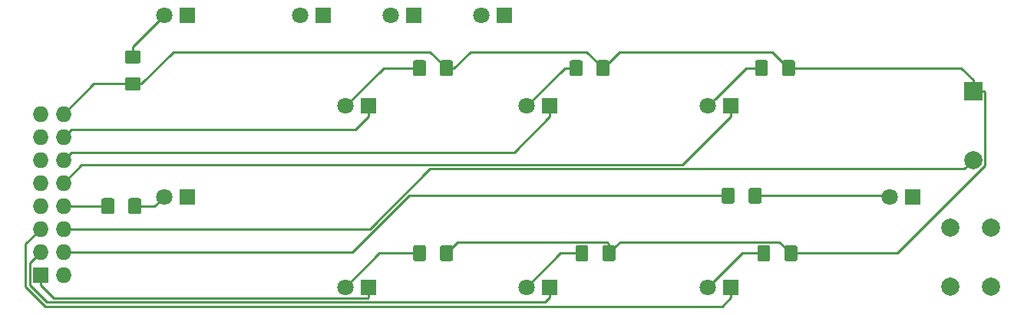
<source format=gbr>
G04 #@! TF.GenerationSoftware,KiCad,Pcbnew,(5.1.2-1)-1*
G04 #@! TF.CreationDate,2019-06-13T22:38:42+01:00*
G04 #@! TF.ProjectId,K3S_Seq_IF_Front_Panel,4b33535f-5365-4715-9f49-465f46726f6e,rev?*
G04 #@! TF.SameCoordinates,Original*
G04 #@! TF.FileFunction,Copper,L1,Top*
G04 #@! TF.FilePolarity,Positive*
%FSLAX46Y46*%
G04 Gerber Fmt 4.6, Leading zero omitted, Abs format (unit mm)*
G04 Created by KiCad (PCBNEW (5.1.2-1)-1) date 2019-06-13 22:38:42*
%MOMM*%
%LPD*%
G04 APERTURE LIST*
%ADD10R,2.000000X2.000000*%
%ADD11C,2.000000*%
%ADD12R,1.800000X1.800000*%
%ADD13C,1.800000*%
%ADD14R,1.727200X1.727200*%
%ADD15O,1.727200X1.727200*%
%ADD16C,0.100000*%
%ADD17C,1.425000*%
%ADD18C,0.800000*%
%ADD19C,0.250000*%
G04 APERTURE END LIST*
D10*
X186690000Y-53340000D03*
D11*
X186690000Y-60940000D03*
D12*
X100000000Y-45000000D03*
D13*
X97460000Y-45000000D03*
X112460000Y-45000000D03*
D12*
X115000000Y-45000000D03*
X125000000Y-45000000D03*
D13*
X122460000Y-45000000D03*
X132460000Y-45000000D03*
D12*
X135000000Y-45000000D03*
X120000000Y-55000000D03*
D13*
X117460000Y-55000000D03*
X137460000Y-55000000D03*
D12*
X140000000Y-55000000D03*
X160000000Y-55000000D03*
D13*
X157460000Y-55000000D03*
X97460000Y-65000000D03*
D12*
X100000000Y-65000000D03*
X120000000Y-75000000D03*
D13*
X117460000Y-75000000D03*
X137460000Y-75000000D03*
D12*
X140000000Y-75000000D03*
X160000000Y-75000000D03*
D13*
X157460000Y-75000000D03*
X177460000Y-65000000D03*
D12*
X180000000Y-65000000D03*
D14*
X83820000Y-73660000D03*
D15*
X86360000Y-73660000D03*
X83820000Y-71120000D03*
X86360000Y-71120000D03*
X83820000Y-68580000D03*
X86360000Y-68580000D03*
X83820000Y-66040000D03*
X86360000Y-66040000D03*
X83820000Y-63500000D03*
X86360000Y-63500000D03*
X83820000Y-60960000D03*
X86360000Y-60960000D03*
X83820000Y-58420000D03*
X86360000Y-58420000D03*
X83820000Y-55880000D03*
X86360000Y-55880000D03*
D16*
G36*
X94649504Y-48855204D02*
G01*
X94673773Y-48858804D01*
X94697571Y-48864765D01*
X94720671Y-48873030D01*
X94742849Y-48883520D01*
X94763893Y-48896133D01*
X94783598Y-48910747D01*
X94801777Y-48927223D01*
X94818253Y-48945402D01*
X94832867Y-48965107D01*
X94845480Y-48986151D01*
X94855970Y-49008329D01*
X94864235Y-49031429D01*
X94870196Y-49055227D01*
X94873796Y-49079496D01*
X94875000Y-49104000D01*
X94875000Y-50029000D01*
X94873796Y-50053504D01*
X94870196Y-50077773D01*
X94864235Y-50101571D01*
X94855970Y-50124671D01*
X94845480Y-50146849D01*
X94832867Y-50167893D01*
X94818253Y-50187598D01*
X94801777Y-50205777D01*
X94783598Y-50222253D01*
X94763893Y-50236867D01*
X94742849Y-50249480D01*
X94720671Y-50259970D01*
X94697571Y-50268235D01*
X94673773Y-50274196D01*
X94649504Y-50277796D01*
X94625000Y-50279000D01*
X93375000Y-50279000D01*
X93350496Y-50277796D01*
X93326227Y-50274196D01*
X93302429Y-50268235D01*
X93279329Y-50259970D01*
X93257151Y-50249480D01*
X93236107Y-50236867D01*
X93216402Y-50222253D01*
X93198223Y-50205777D01*
X93181747Y-50187598D01*
X93167133Y-50167893D01*
X93154520Y-50146849D01*
X93144030Y-50124671D01*
X93135765Y-50101571D01*
X93129804Y-50077773D01*
X93126204Y-50053504D01*
X93125000Y-50029000D01*
X93125000Y-49104000D01*
X93126204Y-49079496D01*
X93129804Y-49055227D01*
X93135765Y-49031429D01*
X93144030Y-49008329D01*
X93154520Y-48986151D01*
X93167133Y-48965107D01*
X93181747Y-48945402D01*
X93198223Y-48927223D01*
X93216402Y-48910747D01*
X93236107Y-48896133D01*
X93257151Y-48883520D01*
X93279329Y-48873030D01*
X93302429Y-48864765D01*
X93326227Y-48858804D01*
X93350496Y-48855204D01*
X93375000Y-48854000D01*
X94625000Y-48854000D01*
X94649504Y-48855204D01*
X94649504Y-48855204D01*
G37*
D17*
X94000000Y-49566500D03*
D16*
G36*
X94649504Y-51830204D02*
G01*
X94673773Y-51833804D01*
X94697571Y-51839765D01*
X94720671Y-51848030D01*
X94742849Y-51858520D01*
X94763893Y-51871133D01*
X94783598Y-51885747D01*
X94801777Y-51902223D01*
X94818253Y-51920402D01*
X94832867Y-51940107D01*
X94845480Y-51961151D01*
X94855970Y-51983329D01*
X94864235Y-52006429D01*
X94870196Y-52030227D01*
X94873796Y-52054496D01*
X94875000Y-52079000D01*
X94875000Y-53004000D01*
X94873796Y-53028504D01*
X94870196Y-53052773D01*
X94864235Y-53076571D01*
X94855970Y-53099671D01*
X94845480Y-53121849D01*
X94832867Y-53142893D01*
X94818253Y-53162598D01*
X94801777Y-53180777D01*
X94783598Y-53197253D01*
X94763893Y-53211867D01*
X94742849Y-53224480D01*
X94720671Y-53234970D01*
X94697571Y-53243235D01*
X94673773Y-53249196D01*
X94649504Y-53252796D01*
X94625000Y-53254000D01*
X93375000Y-53254000D01*
X93350496Y-53252796D01*
X93326227Y-53249196D01*
X93302429Y-53243235D01*
X93279329Y-53234970D01*
X93257151Y-53224480D01*
X93236107Y-53211867D01*
X93216402Y-53197253D01*
X93198223Y-53180777D01*
X93181747Y-53162598D01*
X93167133Y-53142893D01*
X93154520Y-53121849D01*
X93144030Y-53099671D01*
X93135765Y-53076571D01*
X93129804Y-53052773D01*
X93126204Y-53028504D01*
X93125000Y-53004000D01*
X93125000Y-52079000D01*
X93126204Y-52054496D01*
X93129804Y-52030227D01*
X93135765Y-52006429D01*
X93144030Y-51983329D01*
X93154520Y-51961151D01*
X93167133Y-51940107D01*
X93181747Y-51920402D01*
X93198223Y-51902223D01*
X93216402Y-51885747D01*
X93236107Y-51871133D01*
X93257151Y-51858520D01*
X93279329Y-51848030D01*
X93302429Y-51839765D01*
X93326227Y-51833804D01*
X93350496Y-51830204D01*
X93375000Y-51829000D01*
X94625000Y-51829000D01*
X94649504Y-51830204D01*
X94649504Y-51830204D01*
G37*
D17*
X94000000Y-52541500D03*
D16*
G36*
X126126504Y-49926204D02*
G01*
X126150773Y-49929804D01*
X126174571Y-49935765D01*
X126197671Y-49944030D01*
X126219849Y-49954520D01*
X126240893Y-49967133D01*
X126260598Y-49981747D01*
X126278777Y-49998223D01*
X126295253Y-50016402D01*
X126309867Y-50036107D01*
X126322480Y-50057151D01*
X126332970Y-50079329D01*
X126341235Y-50102429D01*
X126347196Y-50126227D01*
X126350796Y-50150496D01*
X126352000Y-50175000D01*
X126352000Y-51425000D01*
X126350796Y-51449504D01*
X126347196Y-51473773D01*
X126341235Y-51497571D01*
X126332970Y-51520671D01*
X126322480Y-51542849D01*
X126309867Y-51563893D01*
X126295253Y-51583598D01*
X126278777Y-51601777D01*
X126260598Y-51618253D01*
X126240893Y-51632867D01*
X126219849Y-51645480D01*
X126197671Y-51655970D01*
X126174571Y-51664235D01*
X126150773Y-51670196D01*
X126126504Y-51673796D01*
X126102000Y-51675000D01*
X125177000Y-51675000D01*
X125152496Y-51673796D01*
X125128227Y-51670196D01*
X125104429Y-51664235D01*
X125081329Y-51655970D01*
X125059151Y-51645480D01*
X125038107Y-51632867D01*
X125018402Y-51618253D01*
X125000223Y-51601777D01*
X124983747Y-51583598D01*
X124969133Y-51563893D01*
X124956520Y-51542849D01*
X124946030Y-51520671D01*
X124937765Y-51497571D01*
X124931804Y-51473773D01*
X124928204Y-51449504D01*
X124927000Y-51425000D01*
X124927000Y-50175000D01*
X124928204Y-50150496D01*
X124931804Y-50126227D01*
X124937765Y-50102429D01*
X124946030Y-50079329D01*
X124956520Y-50057151D01*
X124969133Y-50036107D01*
X124983747Y-50016402D01*
X125000223Y-49998223D01*
X125018402Y-49981747D01*
X125038107Y-49967133D01*
X125059151Y-49954520D01*
X125081329Y-49944030D01*
X125104429Y-49935765D01*
X125128227Y-49929804D01*
X125152496Y-49926204D01*
X125177000Y-49925000D01*
X126102000Y-49925000D01*
X126126504Y-49926204D01*
X126126504Y-49926204D01*
G37*
D17*
X125639500Y-50800000D03*
D16*
G36*
X129101504Y-49926204D02*
G01*
X129125773Y-49929804D01*
X129149571Y-49935765D01*
X129172671Y-49944030D01*
X129194849Y-49954520D01*
X129215893Y-49967133D01*
X129235598Y-49981747D01*
X129253777Y-49998223D01*
X129270253Y-50016402D01*
X129284867Y-50036107D01*
X129297480Y-50057151D01*
X129307970Y-50079329D01*
X129316235Y-50102429D01*
X129322196Y-50126227D01*
X129325796Y-50150496D01*
X129327000Y-50175000D01*
X129327000Y-51425000D01*
X129325796Y-51449504D01*
X129322196Y-51473773D01*
X129316235Y-51497571D01*
X129307970Y-51520671D01*
X129297480Y-51542849D01*
X129284867Y-51563893D01*
X129270253Y-51583598D01*
X129253777Y-51601777D01*
X129235598Y-51618253D01*
X129215893Y-51632867D01*
X129194849Y-51645480D01*
X129172671Y-51655970D01*
X129149571Y-51664235D01*
X129125773Y-51670196D01*
X129101504Y-51673796D01*
X129077000Y-51675000D01*
X128152000Y-51675000D01*
X128127496Y-51673796D01*
X128103227Y-51670196D01*
X128079429Y-51664235D01*
X128056329Y-51655970D01*
X128034151Y-51645480D01*
X128013107Y-51632867D01*
X127993402Y-51618253D01*
X127975223Y-51601777D01*
X127958747Y-51583598D01*
X127944133Y-51563893D01*
X127931520Y-51542849D01*
X127921030Y-51520671D01*
X127912765Y-51497571D01*
X127906804Y-51473773D01*
X127903204Y-51449504D01*
X127902000Y-51425000D01*
X127902000Y-50175000D01*
X127903204Y-50150496D01*
X127906804Y-50126227D01*
X127912765Y-50102429D01*
X127921030Y-50079329D01*
X127931520Y-50057151D01*
X127944133Y-50036107D01*
X127958747Y-50016402D01*
X127975223Y-49998223D01*
X127993402Y-49981747D01*
X128013107Y-49967133D01*
X128034151Y-49954520D01*
X128056329Y-49944030D01*
X128079429Y-49935765D01*
X128103227Y-49929804D01*
X128127496Y-49926204D01*
X128152000Y-49925000D01*
X129077000Y-49925000D01*
X129101504Y-49926204D01*
X129101504Y-49926204D01*
G37*
D17*
X128614500Y-50800000D03*
D16*
G36*
X146373504Y-49926204D02*
G01*
X146397773Y-49929804D01*
X146421571Y-49935765D01*
X146444671Y-49944030D01*
X146466849Y-49954520D01*
X146487893Y-49967133D01*
X146507598Y-49981747D01*
X146525777Y-49998223D01*
X146542253Y-50016402D01*
X146556867Y-50036107D01*
X146569480Y-50057151D01*
X146579970Y-50079329D01*
X146588235Y-50102429D01*
X146594196Y-50126227D01*
X146597796Y-50150496D01*
X146599000Y-50175000D01*
X146599000Y-51425000D01*
X146597796Y-51449504D01*
X146594196Y-51473773D01*
X146588235Y-51497571D01*
X146579970Y-51520671D01*
X146569480Y-51542849D01*
X146556867Y-51563893D01*
X146542253Y-51583598D01*
X146525777Y-51601777D01*
X146507598Y-51618253D01*
X146487893Y-51632867D01*
X146466849Y-51645480D01*
X146444671Y-51655970D01*
X146421571Y-51664235D01*
X146397773Y-51670196D01*
X146373504Y-51673796D01*
X146349000Y-51675000D01*
X145424000Y-51675000D01*
X145399496Y-51673796D01*
X145375227Y-51670196D01*
X145351429Y-51664235D01*
X145328329Y-51655970D01*
X145306151Y-51645480D01*
X145285107Y-51632867D01*
X145265402Y-51618253D01*
X145247223Y-51601777D01*
X145230747Y-51583598D01*
X145216133Y-51563893D01*
X145203520Y-51542849D01*
X145193030Y-51520671D01*
X145184765Y-51497571D01*
X145178804Y-51473773D01*
X145175204Y-51449504D01*
X145174000Y-51425000D01*
X145174000Y-50175000D01*
X145175204Y-50150496D01*
X145178804Y-50126227D01*
X145184765Y-50102429D01*
X145193030Y-50079329D01*
X145203520Y-50057151D01*
X145216133Y-50036107D01*
X145230747Y-50016402D01*
X145247223Y-49998223D01*
X145265402Y-49981747D01*
X145285107Y-49967133D01*
X145306151Y-49954520D01*
X145328329Y-49944030D01*
X145351429Y-49935765D01*
X145375227Y-49929804D01*
X145399496Y-49926204D01*
X145424000Y-49925000D01*
X146349000Y-49925000D01*
X146373504Y-49926204D01*
X146373504Y-49926204D01*
G37*
D17*
X145886500Y-50800000D03*
D16*
G36*
X143398504Y-49926204D02*
G01*
X143422773Y-49929804D01*
X143446571Y-49935765D01*
X143469671Y-49944030D01*
X143491849Y-49954520D01*
X143512893Y-49967133D01*
X143532598Y-49981747D01*
X143550777Y-49998223D01*
X143567253Y-50016402D01*
X143581867Y-50036107D01*
X143594480Y-50057151D01*
X143604970Y-50079329D01*
X143613235Y-50102429D01*
X143619196Y-50126227D01*
X143622796Y-50150496D01*
X143624000Y-50175000D01*
X143624000Y-51425000D01*
X143622796Y-51449504D01*
X143619196Y-51473773D01*
X143613235Y-51497571D01*
X143604970Y-51520671D01*
X143594480Y-51542849D01*
X143581867Y-51563893D01*
X143567253Y-51583598D01*
X143550777Y-51601777D01*
X143532598Y-51618253D01*
X143512893Y-51632867D01*
X143491849Y-51645480D01*
X143469671Y-51655970D01*
X143446571Y-51664235D01*
X143422773Y-51670196D01*
X143398504Y-51673796D01*
X143374000Y-51675000D01*
X142449000Y-51675000D01*
X142424496Y-51673796D01*
X142400227Y-51670196D01*
X142376429Y-51664235D01*
X142353329Y-51655970D01*
X142331151Y-51645480D01*
X142310107Y-51632867D01*
X142290402Y-51618253D01*
X142272223Y-51601777D01*
X142255747Y-51583598D01*
X142241133Y-51563893D01*
X142228520Y-51542849D01*
X142218030Y-51520671D01*
X142209765Y-51497571D01*
X142203804Y-51473773D01*
X142200204Y-51449504D01*
X142199000Y-51425000D01*
X142199000Y-50175000D01*
X142200204Y-50150496D01*
X142203804Y-50126227D01*
X142209765Y-50102429D01*
X142218030Y-50079329D01*
X142228520Y-50057151D01*
X142241133Y-50036107D01*
X142255747Y-50016402D01*
X142272223Y-49998223D01*
X142290402Y-49981747D01*
X142310107Y-49967133D01*
X142331151Y-49954520D01*
X142353329Y-49944030D01*
X142376429Y-49935765D01*
X142400227Y-49929804D01*
X142424496Y-49926204D01*
X142449000Y-49925000D01*
X143374000Y-49925000D01*
X143398504Y-49926204D01*
X143398504Y-49926204D01*
G37*
D17*
X142911500Y-50800000D03*
D16*
G36*
X163845504Y-49926204D02*
G01*
X163869773Y-49929804D01*
X163893571Y-49935765D01*
X163916671Y-49944030D01*
X163938849Y-49954520D01*
X163959893Y-49967133D01*
X163979598Y-49981747D01*
X163997777Y-49998223D01*
X164014253Y-50016402D01*
X164028867Y-50036107D01*
X164041480Y-50057151D01*
X164051970Y-50079329D01*
X164060235Y-50102429D01*
X164066196Y-50126227D01*
X164069796Y-50150496D01*
X164071000Y-50175000D01*
X164071000Y-51425000D01*
X164069796Y-51449504D01*
X164066196Y-51473773D01*
X164060235Y-51497571D01*
X164051970Y-51520671D01*
X164041480Y-51542849D01*
X164028867Y-51563893D01*
X164014253Y-51583598D01*
X163997777Y-51601777D01*
X163979598Y-51618253D01*
X163959893Y-51632867D01*
X163938849Y-51645480D01*
X163916671Y-51655970D01*
X163893571Y-51664235D01*
X163869773Y-51670196D01*
X163845504Y-51673796D01*
X163821000Y-51675000D01*
X162896000Y-51675000D01*
X162871496Y-51673796D01*
X162847227Y-51670196D01*
X162823429Y-51664235D01*
X162800329Y-51655970D01*
X162778151Y-51645480D01*
X162757107Y-51632867D01*
X162737402Y-51618253D01*
X162719223Y-51601777D01*
X162702747Y-51583598D01*
X162688133Y-51563893D01*
X162675520Y-51542849D01*
X162665030Y-51520671D01*
X162656765Y-51497571D01*
X162650804Y-51473773D01*
X162647204Y-51449504D01*
X162646000Y-51425000D01*
X162646000Y-50175000D01*
X162647204Y-50150496D01*
X162650804Y-50126227D01*
X162656765Y-50102429D01*
X162665030Y-50079329D01*
X162675520Y-50057151D01*
X162688133Y-50036107D01*
X162702747Y-50016402D01*
X162719223Y-49998223D01*
X162737402Y-49981747D01*
X162757107Y-49967133D01*
X162778151Y-49954520D01*
X162800329Y-49944030D01*
X162823429Y-49935765D01*
X162847227Y-49929804D01*
X162871496Y-49926204D01*
X162896000Y-49925000D01*
X163821000Y-49925000D01*
X163845504Y-49926204D01*
X163845504Y-49926204D01*
G37*
D17*
X163358500Y-50800000D03*
D16*
G36*
X166820504Y-49926204D02*
G01*
X166844773Y-49929804D01*
X166868571Y-49935765D01*
X166891671Y-49944030D01*
X166913849Y-49954520D01*
X166934893Y-49967133D01*
X166954598Y-49981747D01*
X166972777Y-49998223D01*
X166989253Y-50016402D01*
X167003867Y-50036107D01*
X167016480Y-50057151D01*
X167026970Y-50079329D01*
X167035235Y-50102429D01*
X167041196Y-50126227D01*
X167044796Y-50150496D01*
X167046000Y-50175000D01*
X167046000Y-51425000D01*
X167044796Y-51449504D01*
X167041196Y-51473773D01*
X167035235Y-51497571D01*
X167026970Y-51520671D01*
X167016480Y-51542849D01*
X167003867Y-51563893D01*
X166989253Y-51583598D01*
X166972777Y-51601777D01*
X166954598Y-51618253D01*
X166934893Y-51632867D01*
X166913849Y-51645480D01*
X166891671Y-51655970D01*
X166868571Y-51664235D01*
X166844773Y-51670196D01*
X166820504Y-51673796D01*
X166796000Y-51675000D01*
X165871000Y-51675000D01*
X165846496Y-51673796D01*
X165822227Y-51670196D01*
X165798429Y-51664235D01*
X165775329Y-51655970D01*
X165753151Y-51645480D01*
X165732107Y-51632867D01*
X165712402Y-51618253D01*
X165694223Y-51601777D01*
X165677747Y-51583598D01*
X165663133Y-51563893D01*
X165650520Y-51542849D01*
X165640030Y-51520671D01*
X165631765Y-51497571D01*
X165625804Y-51473773D01*
X165622204Y-51449504D01*
X165621000Y-51425000D01*
X165621000Y-50175000D01*
X165622204Y-50150496D01*
X165625804Y-50126227D01*
X165631765Y-50102429D01*
X165640030Y-50079329D01*
X165650520Y-50057151D01*
X165663133Y-50036107D01*
X165677747Y-50016402D01*
X165694223Y-49998223D01*
X165712402Y-49981747D01*
X165732107Y-49967133D01*
X165753151Y-49954520D01*
X165775329Y-49944030D01*
X165798429Y-49935765D01*
X165822227Y-49929804D01*
X165846496Y-49926204D01*
X165871000Y-49925000D01*
X166796000Y-49925000D01*
X166820504Y-49926204D01*
X166820504Y-49926204D01*
G37*
D17*
X166333500Y-50800000D03*
D16*
G36*
X129101504Y-70373204D02*
G01*
X129125773Y-70376804D01*
X129149571Y-70382765D01*
X129172671Y-70391030D01*
X129194849Y-70401520D01*
X129215893Y-70414133D01*
X129235598Y-70428747D01*
X129253777Y-70445223D01*
X129270253Y-70463402D01*
X129284867Y-70483107D01*
X129297480Y-70504151D01*
X129307970Y-70526329D01*
X129316235Y-70549429D01*
X129322196Y-70573227D01*
X129325796Y-70597496D01*
X129327000Y-70622000D01*
X129327000Y-71872000D01*
X129325796Y-71896504D01*
X129322196Y-71920773D01*
X129316235Y-71944571D01*
X129307970Y-71967671D01*
X129297480Y-71989849D01*
X129284867Y-72010893D01*
X129270253Y-72030598D01*
X129253777Y-72048777D01*
X129235598Y-72065253D01*
X129215893Y-72079867D01*
X129194849Y-72092480D01*
X129172671Y-72102970D01*
X129149571Y-72111235D01*
X129125773Y-72117196D01*
X129101504Y-72120796D01*
X129077000Y-72122000D01*
X128152000Y-72122000D01*
X128127496Y-72120796D01*
X128103227Y-72117196D01*
X128079429Y-72111235D01*
X128056329Y-72102970D01*
X128034151Y-72092480D01*
X128013107Y-72079867D01*
X127993402Y-72065253D01*
X127975223Y-72048777D01*
X127958747Y-72030598D01*
X127944133Y-72010893D01*
X127931520Y-71989849D01*
X127921030Y-71967671D01*
X127912765Y-71944571D01*
X127906804Y-71920773D01*
X127903204Y-71896504D01*
X127902000Y-71872000D01*
X127902000Y-70622000D01*
X127903204Y-70597496D01*
X127906804Y-70573227D01*
X127912765Y-70549429D01*
X127921030Y-70526329D01*
X127931520Y-70504151D01*
X127944133Y-70483107D01*
X127958747Y-70463402D01*
X127975223Y-70445223D01*
X127993402Y-70428747D01*
X128013107Y-70414133D01*
X128034151Y-70401520D01*
X128056329Y-70391030D01*
X128079429Y-70382765D01*
X128103227Y-70376804D01*
X128127496Y-70373204D01*
X128152000Y-70372000D01*
X129077000Y-70372000D01*
X129101504Y-70373204D01*
X129101504Y-70373204D01*
G37*
D17*
X128614500Y-71247000D03*
D16*
G36*
X126126504Y-70373204D02*
G01*
X126150773Y-70376804D01*
X126174571Y-70382765D01*
X126197671Y-70391030D01*
X126219849Y-70401520D01*
X126240893Y-70414133D01*
X126260598Y-70428747D01*
X126278777Y-70445223D01*
X126295253Y-70463402D01*
X126309867Y-70483107D01*
X126322480Y-70504151D01*
X126332970Y-70526329D01*
X126341235Y-70549429D01*
X126347196Y-70573227D01*
X126350796Y-70597496D01*
X126352000Y-70622000D01*
X126352000Y-71872000D01*
X126350796Y-71896504D01*
X126347196Y-71920773D01*
X126341235Y-71944571D01*
X126332970Y-71967671D01*
X126322480Y-71989849D01*
X126309867Y-72010893D01*
X126295253Y-72030598D01*
X126278777Y-72048777D01*
X126260598Y-72065253D01*
X126240893Y-72079867D01*
X126219849Y-72092480D01*
X126197671Y-72102970D01*
X126174571Y-72111235D01*
X126150773Y-72117196D01*
X126126504Y-72120796D01*
X126102000Y-72122000D01*
X125177000Y-72122000D01*
X125152496Y-72120796D01*
X125128227Y-72117196D01*
X125104429Y-72111235D01*
X125081329Y-72102970D01*
X125059151Y-72092480D01*
X125038107Y-72079867D01*
X125018402Y-72065253D01*
X125000223Y-72048777D01*
X124983747Y-72030598D01*
X124969133Y-72010893D01*
X124956520Y-71989849D01*
X124946030Y-71967671D01*
X124937765Y-71944571D01*
X124931804Y-71920773D01*
X124928204Y-71896504D01*
X124927000Y-71872000D01*
X124927000Y-70622000D01*
X124928204Y-70597496D01*
X124931804Y-70573227D01*
X124937765Y-70549429D01*
X124946030Y-70526329D01*
X124956520Y-70504151D01*
X124969133Y-70483107D01*
X124983747Y-70463402D01*
X125000223Y-70445223D01*
X125018402Y-70428747D01*
X125038107Y-70414133D01*
X125059151Y-70401520D01*
X125081329Y-70391030D01*
X125104429Y-70382765D01*
X125128227Y-70376804D01*
X125152496Y-70373204D01*
X125177000Y-70372000D01*
X126102000Y-70372000D01*
X126126504Y-70373204D01*
X126126504Y-70373204D01*
G37*
D17*
X125639500Y-71247000D03*
D16*
G36*
X144033504Y-70373204D02*
G01*
X144057773Y-70376804D01*
X144081571Y-70382765D01*
X144104671Y-70391030D01*
X144126849Y-70401520D01*
X144147893Y-70414133D01*
X144167598Y-70428747D01*
X144185777Y-70445223D01*
X144202253Y-70463402D01*
X144216867Y-70483107D01*
X144229480Y-70504151D01*
X144239970Y-70526329D01*
X144248235Y-70549429D01*
X144254196Y-70573227D01*
X144257796Y-70597496D01*
X144259000Y-70622000D01*
X144259000Y-71872000D01*
X144257796Y-71896504D01*
X144254196Y-71920773D01*
X144248235Y-71944571D01*
X144239970Y-71967671D01*
X144229480Y-71989849D01*
X144216867Y-72010893D01*
X144202253Y-72030598D01*
X144185777Y-72048777D01*
X144167598Y-72065253D01*
X144147893Y-72079867D01*
X144126849Y-72092480D01*
X144104671Y-72102970D01*
X144081571Y-72111235D01*
X144057773Y-72117196D01*
X144033504Y-72120796D01*
X144009000Y-72122000D01*
X143084000Y-72122000D01*
X143059496Y-72120796D01*
X143035227Y-72117196D01*
X143011429Y-72111235D01*
X142988329Y-72102970D01*
X142966151Y-72092480D01*
X142945107Y-72079867D01*
X142925402Y-72065253D01*
X142907223Y-72048777D01*
X142890747Y-72030598D01*
X142876133Y-72010893D01*
X142863520Y-71989849D01*
X142853030Y-71967671D01*
X142844765Y-71944571D01*
X142838804Y-71920773D01*
X142835204Y-71896504D01*
X142834000Y-71872000D01*
X142834000Y-70622000D01*
X142835204Y-70597496D01*
X142838804Y-70573227D01*
X142844765Y-70549429D01*
X142853030Y-70526329D01*
X142863520Y-70504151D01*
X142876133Y-70483107D01*
X142890747Y-70463402D01*
X142907223Y-70445223D01*
X142925402Y-70428747D01*
X142945107Y-70414133D01*
X142966151Y-70401520D01*
X142988329Y-70391030D01*
X143011429Y-70382765D01*
X143035227Y-70376804D01*
X143059496Y-70373204D01*
X143084000Y-70372000D01*
X144009000Y-70372000D01*
X144033504Y-70373204D01*
X144033504Y-70373204D01*
G37*
D17*
X143546500Y-71247000D03*
D16*
G36*
X147008504Y-70373204D02*
G01*
X147032773Y-70376804D01*
X147056571Y-70382765D01*
X147079671Y-70391030D01*
X147101849Y-70401520D01*
X147122893Y-70414133D01*
X147142598Y-70428747D01*
X147160777Y-70445223D01*
X147177253Y-70463402D01*
X147191867Y-70483107D01*
X147204480Y-70504151D01*
X147214970Y-70526329D01*
X147223235Y-70549429D01*
X147229196Y-70573227D01*
X147232796Y-70597496D01*
X147234000Y-70622000D01*
X147234000Y-71872000D01*
X147232796Y-71896504D01*
X147229196Y-71920773D01*
X147223235Y-71944571D01*
X147214970Y-71967671D01*
X147204480Y-71989849D01*
X147191867Y-72010893D01*
X147177253Y-72030598D01*
X147160777Y-72048777D01*
X147142598Y-72065253D01*
X147122893Y-72079867D01*
X147101849Y-72092480D01*
X147079671Y-72102970D01*
X147056571Y-72111235D01*
X147032773Y-72117196D01*
X147008504Y-72120796D01*
X146984000Y-72122000D01*
X146059000Y-72122000D01*
X146034496Y-72120796D01*
X146010227Y-72117196D01*
X145986429Y-72111235D01*
X145963329Y-72102970D01*
X145941151Y-72092480D01*
X145920107Y-72079867D01*
X145900402Y-72065253D01*
X145882223Y-72048777D01*
X145865747Y-72030598D01*
X145851133Y-72010893D01*
X145838520Y-71989849D01*
X145828030Y-71967671D01*
X145819765Y-71944571D01*
X145813804Y-71920773D01*
X145810204Y-71896504D01*
X145809000Y-71872000D01*
X145809000Y-70622000D01*
X145810204Y-70597496D01*
X145813804Y-70573227D01*
X145819765Y-70549429D01*
X145828030Y-70526329D01*
X145838520Y-70504151D01*
X145851133Y-70483107D01*
X145865747Y-70463402D01*
X145882223Y-70445223D01*
X145900402Y-70428747D01*
X145920107Y-70414133D01*
X145941151Y-70401520D01*
X145963329Y-70391030D01*
X145986429Y-70382765D01*
X146010227Y-70376804D01*
X146034496Y-70373204D01*
X146059000Y-70372000D01*
X146984000Y-70372000D01*
X147008504Y-70373204D01*
X147008504Y-70373204D01*
G37*
D17*
X146521500Y-71247000D03*
D16*
G36*
X167074504Y-70373204D02*
G01*
X167098773Y-70376804D01*
X167122571Y-70382765D01*
X167145671Y-70391030D01*
X167167849Y-70401520D01*
X167188893Y-70414133D01*
X167208598Y-70428747D01*
X167226777Y-70445223D01*
X167243253Y-70463402D01*
X167257867Y-70483107D01*
X167270480Y-70504151D01*
X167280970Y-70526329D01*
X167289235Y-70549429D01*
X167295196Y-70573227D01*
X167298796Y-70597496D01*
X167300000Y-70622000D01*
X167300000Y-71872000D01*
X167298796Y-71896504D01*
X167295196Y-71920773D01*
X167289235Y-71944571D01*
X167280970Y-71967671D01*
X167270480Y-71989849D01*
X167257867Y-72010893D01*
X167243253Y-72030598D01*
X167226777Y-72048777D01*
X167208598Y-72065253D01*
X167188893Y-72079867D01*
X167167849Y-72092480D01*
X167145671Y-72102970D01*
X167122571Y-72111235D01*
X167098773Y-72117196D01*
X167074504Y-72120796D01*
X167050000Y-72122000D01*
X166125000Y-72122000D01*
X166100496Y-72120796D01*
X166076227Y-72117196D01*
X166052429Y-72111235D01*
X166029329Y-72102970D01*
X166007151Y-72092480D01*
X165986107Y-72079867D01*
X165966402Y-72065253D01*
X165948223Y-72048777D01*
X165931747Y-72030598D01*
X165917133Y-72010893D01*
X165904520Y-71989849D01*
X165894030Y-71967671D01*
X165885765Y-71944571D01*
X165879804Y-71920773D01*
X165876204Y-71896504D01*
X165875000Y-71872000D01*
X165875000Y-70622000D01*
X165876204Y-70597496D01*
X165879804Y-70573227D01*
X165885765Y-70549429D01*
X165894030Y-70526329D01*
X165904520Y-70504151D01*
X165917133Y-70483107D01*
X165931747Y-70463402D01*
X165948223Y-70445223D01*
X165966402Y-70428747D01*
X165986107Y-70414133D01*
X166007151Y-70401520D01*
X166029329Y-70391030D01*
X166052429Y-70382765D01*
X166076227Y-70376804D01*
X166100496Y-70373204D01*
X166125000Y-70372000D01*
X167050000Y-70372000D01*
X167074504Y-70373204D01*
X167074504Y-70373204D01*
G37*
D17*
X166587500Y-71247000D03*
D16*
G36*
X164099504Y-70373204D02*
G01*
X164123773Y-70376804D01*
X164147571Y-70382765D01*
X164170671Y-70391030D01*
X164192849Y-70401520D01*
X164213893Y-70414133D01*
X164233598Y-70428747D01*
X164251777Y-70445223D01*
X164268253Y-70463402D01*
X164282867Y-70483107D01*
X164295480Y-70504151D01*
X164305970Y-70526329D01*
X164314235Y-70549429D01*
X164320196Y-70573227D01*
X164323796Y-70597496D01*
X164325000Y-70622000D01*
X164325000Y-71872000D01*
X164323796Y-71896504D01*
X164320196Y-71920773D01*
X164314235Y-71944571D01*
X164305970Y-71967671D01*
X164295480Y-71989849D01*
X164282867Y-72010893D01*
X164268253Y-72030598D01*
X164251777Y-72048777D01*
X164233598Y-72065253D01*
X164213893Y-72079867D01*
X164192849Y-72092480D01*
X164170671Y-72102970D01*
X164147571Y-72111235D01*
X164123773Y-72117196D01*
X164099504Y-72120796D01*
X164075000Y-72122000D01*
X163150000Y-72122000D01*
X163125496Y-72120796D01*
X163101227Y-72117196D01*
X163077429Y-72111235D01*
X163054329Y-72102970D01*
X163032151Y-72092480D01*
X163011107Y-72079867D01*
X162991402Y-72065253D01*
X162973223Y-72048777D01*
X162956747Y-72030598D01*
X162942133Y-72010893D01*
X162929520Y-71989849D01*
X162919030Y-71967671D01*
X162910765Y-71944571D01*
X162904804Y-71920773D01*
X162901204Y-71896504D01*
X162900000Y-71872000D01*
X162900000Y-70622000D01*
X162901204Y-70597496D01*
X162904804Y-70573227D01*
X162910765Y-70549429D01*
X162919030Y-70526329D01*
X162929520Y-70504151D01*
X162942133Y-70483107D01*
X162956747Y-70463402D01*
X162973223Y-70445223D01*
X162991402Y-70428747D01*
X163011107Y-70414133D01*
X163032151Y-70401520D01*
X163054329Y-70391030D01*
X163077429Y-70382765D01*
X163101227Y-70376804D01*
X163125496Y-70373204D01*
X163150000Y-70372000D01*
X164075000Y-70372000D01*
X164099504Y-70373204D01*
X164099504Y-70373204D01*
G37*
D17*
X163612500Y-71247000D03*
D16*
G36*
X160162504Y-64023204D02*
G01*
X160186773Y-64026804D01*
X160210571Y-64032765D01*
X160233671Y-64041030D01*
X160255849Y-64051520D01*
X160276893Y-64064133D01*
X160296598Y-64078747D01*
X160314777Y-64095223D01*
X160331253Y-64113402D01*
X160345867Y-64133107D01*
X160358480Y-64154151D01*
X160368970Y-64176329D01*
X160377235Y-64199429D01*
X160383196Y-64223227D01*
X160386796Y-64247496D01*
X160388000Y-64272000D01*
X160388000Y-65522000D01*
X160386796Y-65546504D01*
X160383196Y-65570773D01*
X160377235Y-65594571D01*
X160368970Y-65617671D01*
X160358480Y-65639849D01*
X160345867Y-65660893D01*
X160331253Y-65680598D01*
X160314777Y-65698777D01*
X160296598Y-65715253D01*
X160276893Y-65729867D01*
X160255849Y-65742480D01*
X160233671Y-65752970D01*
X160210571Y-65761235D01*
X160186773Y-65767196D01*
X160162504Y-65770796D01*
X160138000Y-65772000D01*
X159213000Y-65772000D01*
X159188496Y-65770796D01*
X159164227Y-65767196D01*
X159140429Y-65761235D01*
X159117329Y-65752970D01*
X159095151Y-65742480D01*
X159074107Y-65729867D01*
X159054402Y-65715253D01*
X159036223Y-65698777D01*
X159019747Y-65680598D01*
X159005133Y-65660893D01*
X158992520Y-65639849D01*
X158982030Y-65617671D01*
X158973765Y-65594571D01*
X158967804Y-65570773D01*
X158964204Y-65546504D01*
X158963000Y-65522000D01*
X158963000Y-64272000D01*
X158964204Y-64247496D01*
X158967804Y-64223227D01*
X158973765Y-64199429D01*
X158982030Y-64176329D01*
X158992520Y-64154151D01*
X159005133Y-64133107D01*
X159019747Y-64113402D01*
X159036223Y-64095223D01*
X159054402Y-64078747D01*
X159074107Y-64064133D01*
X159095151Y-64051520D01*
X159117329Y-64041030D01*
X159140429Y-64032765D01*
X159164227Y-64026804D01*
X159188496Y-64023204D01*
X159213000Y-64022000D01*
X160138000Y-64022000D01*
X160162504Y-64023204D01*
X160162504Y-64023204D01*
G37*
D17*
X159675500Y-64897000D03*
D16*
G36*
X163137504Y-64023204D02*
G01*
X163161773Y-64026804D01*
X163185571Y-64032765D01*
X163208671Y-64041030D01*
X163230849Y-64051520D01*
X163251893Y-64064133D01*
X163271598Y-64078747D01*
X163289777Y-64095223D01*
X163306253Y-64113402D01*
X163320867Y-64133107D01*
X163333480Y-64154151D01*
X163343970Y-64176329D01*
X163352235Y-64199429D01*
X163358196Y-64223227D01*
X163361796Y-64247496D01*
X163363000Y-64272000D01*
X163363000Y-65522000D01*
X163361796Y-65546504D01*
X163358196Y-65570773D01*
X163352235Y-65594571D01*
X163343970Y-65617671D01*
X163333480Y-65639849D01*
X163320867Y-65660893D01*
X163306253Y-65680598D01*
X163289777Y-65698777D01*
X163271598Y-65715253D01*
X163251893Y-65729867D01*
X163230849Y-65742480D01*
X163208671Y-65752970D01*
X163185571Y-65761235D01*
X163161773Y-65767196D01*
X163137504Y-65770796D01*
X163113000Y-65772000D01*
X162188000Y-65772000D01*
X162163496Y-65770796D01*
X162139227Y-65767196D01*
X162115429Y-65761235D01*
X162092329Y-65752970D01*
X162070151Y-65742480D01*
X162049107Y-65729867D01*
X162029402Y-65715253D01*
X162011223Y-65698777D01*
X161994747Y-65680598D01*
X161980133Y-65660893D01*
X161967520Y-65639849D01*
X161957030Y-65617671D01*
X161948765Y-65594571D01*
X161942804Y-65570773D01*
X161939204Y-65546504D01*
X161938000Y-65522000D01*
X161938000Y-64272000D01*
X161939204Y-64247496D01*
X161942804Y-64223227D01*
X161948765Y-64199429D01*
X161957030Y-64176329D01*
X161967520Y-64154151D01*
X161980133Y-64133107D01*
X161994747Y-64113402D01*
X162011223Y-64095223D01*
X162029402Y-64078747D01*
X162049107Y-64064133D01*
X162070151Y-64051520D01*
X162092329Y-64041030D01*
X162115429Y-64032765D01*
X162139227Y-64026804D01*
X162163496Y-64023204D01*
X162188000Y-64022000D01*
X163113000Y-64022000D01*
X163137504Y-64023204D01*
X163137504Y-64023204D01*
G37*
D17*
X162650500Y-64897000D03*
D11*
X188650000Y-74930000D03*
X184150000Y-74930000D03*
X188650000Y-68430000D03*
X184150000Y-68430000D03*
D16*
G36*
X94721004Y-65166204D02*
G01*
X94745273Y-65169804D01*
X94769071Y-65175765D01*
X94792171Y-65184030D01*
X94814349Y-65194520D01*
X94835393Y-65207133D01*
X94855098Y-65221747D01*
X94873277Y-65238223D01*
X94889753Y-65256402D01*
X94904367Y-65276107D01*
X94916980Y-65297151D01*
X94927470Y-65319329D01*
X94935735Y-65342429D01*
X94941696Y-65366227D01*
X94945296Y-65390496D01*
X94946500Y-65415000D01*
X94946500Y-66665000D01*
X94945296Y-66689504D01*
X94941696Y-66713773D01*
X94935735Y-66737571D01*
X94927470Y-66760671D01*
X94916980Y-66782849D01*
X94904367Y-66803893D01*
X94889753Y-66823598D01*
X94873277Y-66841777D01*
X94855098Y-66858253D01*
X94835393Y-66872867D01*
X94814349Y-66885480D01*
X94792171Y-66895970D01*
X94769071Y-66904235D01*
X94745273Y-66910196D01*
X94721004Y-66913796D01*
X94696500Y-66915000D01*
X93771500Y-66915000D01*
X93746996Y-66913796D01*
X93722727Y-66910196D01*
X93698929Y-66904235D01*
X93675829Y-66895970D01*
X93653651Y-66885480D01*
X93632607Y-66872867D01*
X93612902Y-66858253D01*
X93594723Y-66841777D01*
X93578247Y-66823598D01*
X93563633Y-66803893D01*
X93551020Y-66782849D01*
X93540530Y-66760671D01*
X93532265Y-66737571D01*
X93526304Y-66713773D01*
X93522704Y-66689504D01*
X93521500Y-66665000D01*
X93521500Y-65415000D01*
X93522704Y-65390496D01*
X93526304Y-65366227D01*
X93532265Y-65342429D01*
X93540530Y-65319329D01*
X93551020Y-65297151D01*
X93563633Y-65276107D01*
X93578247Y-65256402D01*
X93594723Y-65238223D01*
X93612902Y-65221747D01*
X93632607Y-65207133D01*
X93653651Y-65194520D01*
X93675829Y-65184030D01*
X93698929Y-65175765D01*
X93722727Y-65169804D01*
X93746996Y-65166204D01*
X93771500Y-65165000D01*
X94696500Y-65165000D01*
X94721004Y-65166204D01*
X94721004Y-65166204D01*
G37*
D17*
X94234000Y-66040000D03*
D16*
G36*
X91746004Y-65166204D02*
G01*
X91770273Y-65169804D01*
X91794071Y-65175765D01*
X91817171Y-65184030D01*
X91839349Y-65194520D01*
X91860393Y-65207133D01*
X91880098Y-65221747D01*
X91898277Y-65238223D01*
X91914753Y-65256402D01*
X91929367Y-65276107D01*
X91941980Y-65297151D01*
X91952470Y-65319329D01*
X91960735Y-65342429D01*
X91966696Y-65366227D01*
X91970296Y-65390496D01*
X91971500Y-65415000D01*
X91971500Y-66665000D01*
X91970296Y-66689504D01*
X91966696Y-66713773D01*
X91960735Y-66737571D01*
X91952470Y-66760671D01*
X91941980Y-66782849D01*
X91929367Y-66803893D01*
X91914753Y-66823598D01*
X91898277Y-66841777D01*
X91880098Y-66858253D01*
X91860393Y-66872867D01*
X91839349Y-66885480D01*
X91817171Y-66895970D01*
X91794071Y-66904235D01*
X91770273Y-66910196D01*
X91746004Y-66913796D01*
X91721500Y-66915000D01*
X90796500Y-66915000D01*
X90771996Y-66913796D01*
X90747727Y-66910196D01*
X90723929Y-66904235D01*
X90700829Y-66895970D01*
X90678651Y-66885480D01*
X90657607Y-66872867D01*
X90637902Y-66858253D01*
X90619723Y-66841777D01*
X90603247Y-66823598D01*
X90588633Y-66803893D01*
X90576020Y-66782849D01*
X90565530Y-66760671D01*
X90557265Y-66737571D01*
X90551304Y-66713773D01*
X90547704Y-66689504D01*
X90546500Y-66665000D01*
X90546500Y-65415000D01*
X90547704Y-65390496D01*
X90551304Y-65366227D01*
X90557265Y-65342429D01*
X90565530Y-65319329D01*
X90576020Y-65297151D01*
X90588633Y-65276107D01*
X90603247Y-65256402D01*
X90619723Y-65238223D01*
X90637902Y-65221747D01*
X90657607Y-65207133D01*
X90678651Y-65194520D01*
X90700829Y-65184030D01*
X90723929Y-65175765D01*
X90747727Y-65169804D01*
X90771996Y-65166204D01*
X90796500Y-65165000D01*
X91721500Y-65165000D01*
X91746004Y-65166204D01*
X91746004Y-65166204D01*
G37*
D17*
X91259000Y-66040000D03*
D18*
X83820000Y-55880000D03*
X83820000Y-60960000D03*
D19*
X185690001Y-61939999D02*
X186690000Y-60940000D01*
X126770580Y-61950010D02*
X185679990Y-61950010D01*
X185679990Y-61950010D02*
X185690001Y-61939999D01*
X120140590Y-68580000D02*
X126770580Y-61950010D01*
X86360000Y-68580000D02*
X120140590Y-68580000D01*
X100457000Y-44323000D02*
X100330000Y-44196000D01*
X94000000Y-48460000D02*
X97460000Y-45000000D01*
X94000000Y-49566500D02*
X94000000Y-48460000D01*
X120000000Y-56150000D02*
X120000000Y-55000000D01*
X118593599Y-57556401D02*
X120000000Y-56150000D01*
X87223599Y-57556401D02*
X118593599Y-57556401D01*
X86360000Y-58420000D02*
X87223599Y-57556401D01*
X121660000Y-50800000D02*
X117460000Y-55000000D01*
X125639500Y-50800000D02*
X121660000Y-50800000D01*
X141660000Y-50800000D02*
X137460000Y-55000000D01*
X142911500Y-50800000D02*
X141660000Y-50800000D01*
X140000000Y-56150000D02*
X140000000Y-55000000D01*
X136053599Y-60096401D02*
X140000000Y-56150000D01*
X87223599Y-60096401D02*
X136053599Y-60096401D01*
X86360000Y-60960000D02*
X87223599Y-60096401D01*
X160000000Y-56150000D02*
X154650000Y-61500000D01*
X160000000Y-55000000D02*
X160000000Y-56150000D01*
X88360000Y-61500000D02*
X86360000Y-63500000D01*
X154650000Y-61500000D02*
X88360000Y-61500000D01*
X158359999Y-54100001D02*
X157460000Y-55000000D01*
X161660000Y-50800000D02*
X158359999Y-54100001D01*
X163358500Y-50800000D02*
X161660000Y-50800000D01*
X86360000Y-66040000D02*
X91259000Y-66040000D01*
X119924999Y-76225001D02*
X120000000Y-76150000D01*
X85271401Y-76225001D02*
X119924999Y-76225001D01*
X120000000Y-76150000D02*
X120000000Y-75000000D01*
X83820000Y-74773600D02*
X85271401Y-76225001D01*
X83820000Y-73660000D02*
X83820000Y-74773600D01*
X121213000Y-71247000D02*
X117460000Y-75000000D01*
X125639500Y-71247000D02*
X121213000Y-71247000D01*
X141213000Y-71247000D02*
X137460000Y-75000000D01*
X143546500Y-71247000D02*
X141213000Y-71247000D01*
X140000000Y-76150000D02*
X140000000Y-75000000D01*
X139474989Y-76675011D02*
X140000000Y-76150000D01*
X84522809Y-76675011D02*
X139474989Y-76675011D01*
X82631399Y-74783601D02*
X84522809Y-76675011D01*
X82631399Y-72308601D02*
X82631399Y-74783601D01*
X83820000Y-71120000D02*
X82631399Y-72308601D01*
X160000000Y-76150000D02*
X160000000Y-75000000D01*
X159024979Y-77125021D02*
X160000000Y-76150000D01*
X82181390Y-74970002D02*
X84336409Y-77125021D01*
X84336409Y-77125021D02*
X159024979Y-77125021D01*
X82181390Y-70218610D02*
X82181390Y-74970002D01*
X83820000Y-68580000D02*
X82181390Y-70218610D01*
X161213000Y-71247000D02*
X157460000Y-75000000D01*
X163612500Y-71247000D02*
X161213000Y-71247000D01*
X162650500Y-64897000D02*
X163463000Y-64897000D01*
X177357000Y-64897000D02*
X177460000Y-65000000D01*
X162650500Y-64897000D02*
X177357000Y-64897000D01*
X159675500Y-64897000D02*
X124460000Y-64897000D01*
X118237000Y-71120000D02*
X86360000Y-71120000D01*
X124460000Y-64897000D02*
X118237000Y-71120000D01*
X89698500Y-52541500D02*
X86360000Y-55880000D01*
X89698500Y-52541500D02*
X94000000Y-52541500D01*
X94975000Y-52541500D02*
X98516500Y-49000000D01*
X94000000Y-52541500D02*
X94975000Y-52541500D01*
X126814500Y-49000000D02*
X128614500Y-50800000D01*
X98516500Y-49000000D02*
X126814500Y-49000000D01*
X129427000Y-50800000D02*
X131227000Y-49000000D01*
X128614500Y-50800000D02*
X129427000Y-50800000D01*
X144086500Y-49000000D02*
X145886500Y-50800000D01*
X131227000Y-49000000D02*
X144086500Y-49000000D01*
X145886500Y-50800000D02*
X147686500Y-49000000D01*
X164533500Y-49000000D02*
X166333500Y-50800000D01*
X147686500Y-49000000D02*
X164533500Y-49000000D01*
X186690000Y-52090000D02*
X186690000Y-53340000D01*
X185400000Y-50800000D02*
X186690000Y-52090000D01*
X166333500Y-50800000D02*
X185400000Y-50800000D01*
X167400000Y-71247000D02*
X166587500Y-71247000D01*
X188015001Y-61576001D02*
X178344002Y-71247000D01*
X188015001Y-53415001D02*
X188015001Y-61576001D01*
X187940000Y-53340000D02*
X188015001Y-53415001D01*
X178344002Y-71247000D02*
X167400000Y-71247000D01*
X186690000Y-53340000D02*
X187940000Y-53340000D01*
X147292847Y-70475653D02*
X146521500Y-71247000D01*
X147768500Y-70000000D02*
X147292847Y-70475653D01*
X165340500Y-70000000D02*
X147768500Y-70000000D01*
X166587500Y-71247000D02*
X165340500Y-70000000D01*
X129814510Y-70046990D02*
X129385847Y-70475653D01*
X146296490Y-70046990D02*
X129814510Y-70046990D01*
X129385847Y-70475653D02*
X128614500Y-71247000D01*
X146521500Y-70272000D02*
X146296490Y-70046990D01*
X146521500Y-71247000D02*
X146521500Y-70272000D01*
X96420000Y-66040000D02*
X97460000Y-65000000D01*
X94234000Y-66040000D02*
X96420000Y-66040000D01*
M02*

</source>
